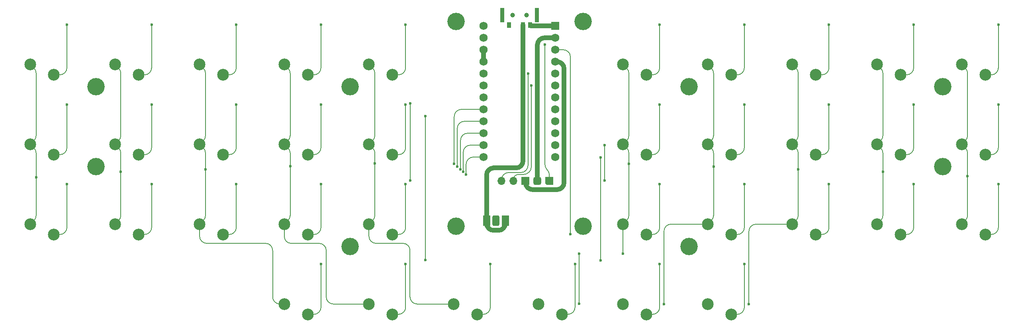
<source format=gbr>
%TF.GenerationSoftware,KiCad,Pcbnew,7.0.1*%
%TF.CreationDate,2023-03-24T13:46:13-04:00*%
%TF.ProjectId,kurp,6b757270-2e6b-4696-9361-645f70636258,v1.0.0*%
%TF.SameCoordinates,Original*%
%TF.FileFunction,Copper,L2,Bot*%
%TF.FilePolarity,Positive*%
%FSLAX46Y46*%
G04 Gerber Fmt 4.6, Leading zero omitted, Abs format (unit mm)*
G04 Created by KiCad (PCBNEW 7.0.1) date 2023-03-24 13:46:13*
%MOMM*%
%LPD*%
G01*
G04 APERTURE LIST*
G04 Aperture macros list*
%AMRoundRect*
0 Rectangle with rounded corners*
0 $1 Rounding radius*
0 $2 $3 $4 $5 $6 $7 $8 $9 X,Y pos of 4 corners*
0 Add a 4 corners polygon primitive as box body*
4,1,4,$2,$3,$4,$5,$6,$7,$8,$9,$2,$3,0*
0 Add four circle primitives for the rounded corners*
1,1,$1+$1,$2,$3*
1,1,$1+$1,$4,$5*
1,1,$1+$1,$6,$7*
1,1,$1+$1,$8,$9*
0 Add four rect primitives between the rounded corners*
20,1,$1+$1,$2,$3,$4,$5,0*
20,1,$1+$1,$4,$5,$6,$7,0*
20,1,$1+$1,$6,$7,$8,$9,0*
20,1,$1+$1,$8,$9,$2,$3,0*%
%AMOutline5P*
0 Free polygon, 5 corners , with rotation*
0 The origin of the aperture is its center*
0 number of corners: always 5*
0 $1 to $10 corner X, Y*
0 $11 Rotation angle, in degrees counterclockwise*
0 create outline with 5 corners*
4,1,5,$1,$2,$3,$4,$5,$6,$7,$8,$9,$10,$1,$2,$11*%
%AMOutline6P*
0 Free polygon, 6 corners , with rotation*
0 The origin of the aperture is its center*
0 number of corners: always 6*
0 $1 to $12 corner X, Y*
0 $13 Rotation angle, in degrees counterclockwise*
0 create outline with 6 corners*
4,1,6,$1,$2,$3,$4,$5,$6,$7,$8,$9,$10,$11,$12,$1,$2,$13*%
%AMOutline7P*
0 Free polygon, 7 corners , with rotation*
0 The origin of the aperture is its center*
0 number of corners: always 7*
0 $1 to $14 corner X, Y*
0 $15 Rotation angle, in degrees counterclockwise*
0 create outline with 7 corners*
4,1,7,$1,$2,$3,$4,$5,$6,$7,$8,$9,$10,$11,$12,$13,$14,$1,$2,$15*%
%AMOutline8P*
0 Free polygon, 8 corners , with rotation*
0 The origin of the aperture is its center*
0 number of corners: always 8*
0 $1 to $16 corner X, Y*
0 $17 Rotation angle, in degrees counterclockwise*
0 create outline with 8 corners*
4,1,8,$1,$2,$3,$4,$5,$6,$7,$8,$9,$10,$11,$12,$13,$14,$15,$16,$1,$2,$17*%
G04 Aperture macros list end*
%TA.AperFunction,ComponentPad*%
%ADD10C,1.752600*%
%TD*%
%TA.AperFunction,ComponentPad*%
%ADD11R,1.752600X1.752600*%
%TD*%
%TA.AperFunction,ComponentPad*%
%ADD12C,0.600000*%
%TD*%
%TA.AperFunction,ComponentPad*%
%ADD13R,1.500000X2.250000*%
%TD*%
%TA.AperFunction,ComponentPad*%
%ADD14RoundRect,0.375000X0.375000X0.750000X-0.375000X0.750000X-0.375000X-0.750000X0.375000X-0.750000X0*%
%TD*%
%TA.AperFunction,ComponentPad*%
%ADD15C,2.500000*%
%TD*%
%TA.AperFunction,ComponentPad*%
%ADD16C,3.700000*%
%TD*%
%TA.AperFunction,ComponentPad*%
%ADD17Outline5P,-0.850000X0.510000X-0.510000X0.850000X0.850000X0.850000X0.850000X-0.850000X-0.850000X-0.850000X90.000000*%
%TD*%
%TA.AperFunction,ComponentPad*%
%ADD18RoundRect,0.425000X-0.425000X0.425000X-0.425000X-0.425000X0.425000X-0.425000X0.425000X0.425000X0*%
%TD*%
%TA.AperFunction,ComponentPad*%
%ADD19R,1.700000X1.700000*%
%TD*%
%TA.AperFunction,ComponentPad*%
%ADD20O,1.700000X1.700000*%
%TD*%
%TA.AperFunction,SMDPad,CuDef*%
%ADD21R,0.900000X3.100000*%
%TD*%
%TA.AperFunction,WasherPad*%
%ADD22C,1.000000*%
%TD*%
%TA.AperFunction,SMDPad,CuDef*%
%ADD23R,0.900000X1.250000*%
%TD*%
%TA.AperFunction,ViaPad*%
%ADD24C,0.600000*%
%TD*%
%TA.AperFunction,Conductor*%
%ADD25C,1.000000*%
%TD*%
%TA.AperFunction,Conductor*%
%ADD26C,0.200000*%
%TD*%
%TA.AperFunction,Conductor*%
%ADD27C,0.500000*%
%TD*%
G04 APERTURE END LIST*
D10*
%TO.P,U1,1,TX0/PD3*%
%TO.N,/NV_CS*%
X194828733Y-91474608D03*
%TO.P,U1,2,RX1/PD2*%
%TO.N,unconnected-(U1-RX1{slash}PD2-Pad2)*%
X194828733Y-94014608D03*
%TO.P,U1,3,GND*%
%TO.N,/GND*%
X194828733Y-96554608D03*
%TO.P,U1,4,GND*%
X194828733Y-99094608D03*
%TO.P,U1,5,2/PD1*%
%TO.N,/SDA*%
X194828733Y-101634608D03*
%TO.P,U1,6,3/PD0*%
%TO.N,/SCL*%
X194828733Y-104174608D03*
%TO.P,U1,7,4/PD4*%
%TO.N,unconnected-(U1-4{slash}PD4-Pad7)*%
X194828733Y-106714608D03*
%TO.P,U1,8,5/PC6*%
%TO.N,/col4*%
X194828733Y-109254608D03*
%TO.P,U1,9,6/PD7*%
%TO.N,/col3*%
X194828733Y-111794608D03*
%TO.P,U1,10,7/PE6*%
%TO.N,/col2*%
X194828733Y-114334608D03*
%TO.P,U1,11,8/PB4*%
%TO.N,/col1*%
X194828733Y-116874608D03*
%TO.P,U1,12,9/PB5*%
%TO.N,/col0*%
X194828733Y-119414608D03*
%TO.P,U1,13,10/PB6*%
%TO.N,/row7*%
X210068733Y-119414608D03*
%TO.P,U1,14,16/PB2*%
%TO.N,/row6*%
X210068733Y-116874608D03*
%TO.P,U1,15,14/PB3*%
%TO.N,/row5*%
X210068733Y-114334608D03*
%TO.P,U1,16,15/PB1*%
%TO.N,/row4*%
X210068733Y-111794608D03*
%TO.P,U1,17,A0/PF7*%
%TO.N,/row3*%
X210068733Y-109254608D03*
%TO.P,U1,18,A1/PF6*%
%TO.N,/row2*%
X210068733Y-106714608D03*
%TO.P,U1,19,A2/PF5*%
%TO.N,/row1*%
X210068733Y-104174608D03*
%TO.P,U1,20,A3/PF4*%
%TO.N,/row0*%
X210068733Y-101634608D03*
%TO.P,U1,21,VCC*%
%TO.N,/VCC*%
X210068733Y-99094608D03*
%TO.P,U1,22,RST*%
%TO.N,/RST*%
X210068733Y-96554608D03*
%TO.P,U1,23,GND*%
%TO.N,/GND*%
X210068733Y-94014608D03*
D11*
%TO.P,U1,24,RAW*%
%TO.N,/RAW*%
X210068733Y-91474608D03*
%TD*%
D12*
%TO.P,D17,2*%
%TO.N,Net-(D17-Pad2)*%
X178242733Y-142194608D03*
%TD*%
D13*
%TO.P,BT1,1,+*%
%TO.N,Net-(BT1-+)*%
X195448733Y-132944608D03*
X199448733Y-132944608D03*
D14*
%TO.P,BT1,2,-*%
%TO.N,/GND*%
X197448733Y-132944608D03*
%TD*%
D15*
%TO.P,SW15,1*%
%TO.N,Net-(D15-Pad2)*%
X175448733Y-101894608D03*
%TO.P,SW15,2*%
%TO.N,/col4*%
X170448733Y-99694608D03*
%TD*%
D12*
%TO.P,D35,2*%
%TO.N,Net-(D35-Pad2)*%
X232242733Y-142194608D03*
%TD*%
D15*
%TO.P,SW33,1*%
%TO.N,Net-(D33-Pad2)*%
X229448733Y-101894608D03*
%TO.P,SW33,2*%
%TO.N,/col4*%
X224448733Y-99694608D03*
%TD*%
D16*
%TO.P,H6,1*%
%TO.N,N/C*%
X215948733Y-90544608D03*
%TD*%
D12*
%TO.P,D32,2*%
%TO.N,Net-(D32-Pad2)*%
X232242733Y-108194608D03*
%TD*%
%TO.P,D27,2*%
%TO.N,Net-(D27-Pad2)*%
X268242733Y-91194608D03*
%TD*%
D15*
%TO.P,SW20,1*%
%TO.N,Net-(D20-Pad2)*%
X301448733Y-118894608D03*
%TO.P,SW20,2*%
%TO.N,/col0*%
X296448733Y-116694608D03*
%TD*%
D16*
%TO.P,H10,1*%
%TO.N,N/C*%
X238448733Y-104444608D03*
%TD*%
D15*
%TO.P,SW26,1*%
%TO.N,Net-(D26-Pad2)*%
X265448733Y-118894608D03*
%TO.P,SW26,2*%
%TO.N,/col2*%
X260448733Y-116694608D03*
%TD*%
D12*
%TO.P,D15,2*%
%TO.N,Net-(D15-Pad2)*%
X178242733Y-91194608D03*
%TD*%
%TO.P,D31,2*%
%TO.N,Net-(D31-Pad2)*%
X232242733Y-125194608D03*
%TD*%
D15*
%TO.P,SW28,1*%
%TO.N,Net-(D28-Pad2)*%
X247448733Y-135894608D03*
%TO.P,SW28,2*%
%TO.N,/col3*%
X242448733Y-133694608D03*
%TD*%
D12*
%TO.P,D10,2*%
%TO.N,Net-(D10-Pad2)*%
X160242733Y-125194608D03*
%TD*%
%TO.P,D21,2*%
%TO.N,Net-(D21-Pad2)*%
X304242733Y-91194608D03*
%TD*%
D15*
%TO.P,SW13,1*%
%TO.N,Net-(D13-Pad2)*%
X175448733Y-135894608D03*
%TO.P,SW13,2*%
%TO.N,/col4*%
X170448733Y-133694608D03*
%TD*%
%TO.P,SW11,1*%
%TO.N,Net-(D11-Pad2)*%
X157448733Y-118894608D03*
%TO.P,SW11,2*%
%TO.N,/col3*%
X152448733Y-116694608D03*
%TD*%
D16*
%TO.P,H1,1*%
%TO.N,N/C*%
X112448733Y-104444608D03*
%TD*%
%TO.P,H12,1*%
%TO.N,N/C*%
X238448733Y-138444608D03*
%TD*%
%TO.P,H7,1*%
%TO.N,N/C*%
X188948733Y-134144608D03*
%TD*%
%TO.P,H5,1*%
%TO.N,N/C*%
X188948733Y-90544608D03*
%TD*%
D15*
%TO.P,SW19,1*%
%TO.N,Net-(D19-Pad2)*%
X301448733Y-135894608D03*
%TO.P,SW19,2*%
%TO.N,/col0*%
X296448733Y-133694608D03*
%TD*%
%TO.P,SW30,1*%
%TO.N,Net-(D30-Pad2)*%
X247448733Y-101894608D03*
%TO.P,SW30,2*%
%TO.N,/col3*%
X242448733Y-99694608D03*
%TD*%
%TO.P,SW36,1*%
%TO.N,Net-(D36-Pad2)*%
X211448733Y-152894608D03*
%TO.P,SW36,2*%
%TO.N,/col4*%
X206448733Y-150694608D03*
%TD*%
D16*
%TO.P,H9,1*%
%TO.N,N/C*%
X166448733Y-104444608D03*
%TD*%
D12*
%TO.P,D20,2*%
%TO.N,Net-(D20-Pad2)*%
X304242733Y-108194608D03*
%TD*%
%TO.P,D11,2*%
%TO.N,Net-(D11-Pad2)*%
X160242733Y-108194608D03*
%TD*%
D15*
%TO.P,SW8,1*%
%TO.N,Net-(D8-Pad2)*%
X139448733Y-118894608D03*
%TO.P,SW8,2*%
%TO.N,/col2*%
X134448733Y-116694608D03*
%TD*%
D16*
%TO.P,H2,1*%
%TO.N,N/C*%
X292448733Y-104444608D03*
%TD*%
D15*
%TO.P,SW14,1*%
%TO.N,Net-(D14-Pad2)*%
X175448733Y-118894608D03*
%TO.P,SW14,2*%
%TO.N,/col4*%
X170448733Y-116694608D03*
%TD*%
%TO.P,SW34,1*%
%TO.N,Net-(D34-Pad2)*%
X247448733Y-152894608D03*
%TO.P,SW34,2*%
%TO.N,/col2*%
X242448733Y-150694608D03*
%TD*%
D12*
%TO.P,D33,2*%
%TO.N,Net-(D33-Pad2)*%
X232242733Y-91194608D03*
%TD*%
D15*
%TO.P,SW4,1*%
%TO.N,Net-(D4-Pad2)*%
X121448733Y-135894608D03*
%TO.P,SW4,2*%
%TO.N,/col1*%
X116448733Y-133694608D03*
%TD*%
%TO.P,SW6,1*%
%TO.N,Net-(D6-Pad2)*%
X121448733Y-101894608D03*
%TO.P,SW6,2*%
%TO.N,/col1*%
X116448733Y-99694608D03*
%TD*%
D12*
%TO.P,D14,2*%
%TO.N,Net-(D14-Pad2)*%
X178242733Y-108194608D03*
%TD*%
D15*
%TO.P,SW22,1*%
%TO.N,Net-(D22-Pad2)*%
X283448733Y-135894608D03*
%TO.P,SW22,2*%
%TO.N,/col1*%
X278448733Y-133694608D03*
%TD*%
D12*
%TO.P,D28,2*%
%TO.N,Net-(D28-Pad2)*%
X250242733Y-125194608D03*
%TD*%
D15*
%TO.P,SW25,1*%
%TO.N,Net-(D25-Pad2)*%
X265448733Y-135894608D03*
%TO.P,SW25,2*%
%TO.N,/col2*%
X260448733Y-133694608D03*
%TD*%
%TO.P,SW7,1*%
%TO.N,Net-(D7-Pad2)*%
X139448733Y-135894608D03*
%TO.P,SW7,2*%
%TO.N,/col2*%
X134448733Y-133694608D03*
%TD*%
%TO.P,SW24,1*%
%TO.N,Net-(D24-Pad2)*%
X283448733Y-101894608D03*
%TO.P,SW24,2*%
%TO.N,/col1*%
X278448733Y-99694608D03*
%TD*%
%TO.P,SW9,1*%
%TO.N,Net-(D9-Pad2)*%
X139448733Y-101894608D03*
%TO.P,SW9,2*%
%TO.N,/col2*%
X134448733Y-99694608D03*
%TD*%
D12*
%TO.P,D12,2*%
%TO.N,Net-(D12-Pad2)*%
X160242733Y-91194608D03*
%TD*%
%TO.P,D29,2*%
%TO.N,Net-(D29-Pad2)*%
X250242733Y-108194608D03*
%TD*%
D15*
%TO.P,SW16,1*%
%TO.N,Net-(D16-Pad2)*%
X157448733Y-152894608D03*
%TO.P,SW16,2*%
%TO.N,/col2*%
X152448733Y-150694608D03*
%TD*%
D12*
%TO.P,D18,2*%
%TO.N,Net-(D18-Pad2)*%
X196242733Y-142194608D03*
%TD*%
%TO.P,D16,2*%
%TO.N,Net-(D16-Pad2)*%
X160242733Y-142194608D03*
%TD*%
%TO.P,D13,2*%
%TO.N,Net-(D13-Pad2)*%
X178242733Y-125194608D03*
%TD*%
%TO.P,D1,2*%
%TO.N,Net-(D1-Pad2)*%
X106242733Y-125194608D03*
%TD*%
%TO.P,D3,2*%
%TO.N,Net-(D3-Pad2)*%
X106242733Y-91194608D03*
%TD*%
D15*
%TO.P,SW21,1*%
%TO.N,Net-(D21-Pad2)*%
X301448733Y-101894608D03*
%TO.P,SW21,2*%
%TO.N,/col0*%
X296448733Y-99694608D03*
%TD*%
D12*
%TO.P,D9,2*%
%TO.N,Net-(D9-Pad2)*%
X142242733Y-91194608D03*
%TD*%
D15*
%TO.P,SW23,1*%
%TO.N,Net-(D23-Pad2)*%
X283448733Y-118894608D03*
%TO.P,SW23,2*%
%TO.N,/col1*%
X278448733Y-116694608D03*
%TD*%
D12*
%TO.P,D34,2*%
%TO.N,Net-(D34-Pad2)*%
X250242733Y-142194608D03*
%TD*%
D15*
%TO.P,SW12,1*%
%TO.N,Net-(D12-Pad2)*%
X157448733Y-101894608D03*
%TO.P,SW12,2*%
%TO.N,/col3*%
X152448733Y-99694608D03*
%TD*%
D12*
%TO.P,D36,2*%
%TO.N,Net-(D36-Pad2)*%
X214242733Y-142194608D03*
%TD*%
D15*
%TO.P,SW17,1*%
%TO.N,Net-(D17-Pad2)*%
X175448733Y-152894608D03*
%TO.P,SW17,2*%
%TO.N,/col3*%
X170448733Y-150694608D03*
%TD*%
D12*
%TO.P,D6,2*%
%TO.N,Net-(D6-Pad2)*%
X124242733Y-91194608D03*
%TD*%
D15*
%TO.P,SW35,1*%
%TO.N,Net-(D35-Pad2)*%
X229448733Y-152894608D03*
%TO.P,SW35,2*%
%TO.N,/col3*%
X224448733Y-150694608D03*
%TD*%
D17*
%TO.P,J2,1,Pin_1*%
%TO.N,/NV_CS*%
X208793650Y-124444608D03*
%TD*%
D12*
%TO.P,D24,2*%
%TO.N,Net-(D24-Pad2)*%
X286242733Y-91194608D03*
%TD*%
D15*
%TO.P,SW1,1*%
%TO.N,Net-(D1-Pad2)*%
X103448733Y-135894608D03*
%TO.P,SW1,2*%
%TO.N,/col0*%
X98448733Y-133694608D03*
%TD*%
%TO.P,SW31,1*%
%TO.N,Net-(D31-Pad2)*%
X229448733Y-135894608D03*
%TO.P,SW31,2*%
%TO.N,/col4*%
X224448733Y-133694608D03*
%TD*%
%TO.P,SW5,1*%
%TO.N,Net-(D5-Pad2)*%
X121448733Y-118894608D03*
%TO.P,SW5,2*%
%TO.N,/col1*%
X116448733Y-116694608D03*
%TD*%
%TO.P,SW32,1*%
%TO.N,Net-(D32-Pad2)*%
X229448733Y-118894608D03*
%TO.P,SW32,2*%
%TO.N,/col4*%
X224448733Y-116694608D03*
%TD*%
D16*
%TO.P,H4,1*%
%TO.N,N/C*%
X292448733Y-121444608D03*
%TD*%
D15*
%TO.P,SW27,1*%
%TO.N,Net-(D27-Pad2)*%
X265448733Y-101894608D03*
%TO.P,SW27,2*%
%TO.N,/col2*%
X260448733Y-99694608D03*
%TD*%
D16*
%TO.P,H3,1*%
%TO.N,N/C*%
X112448733Y-121444608D03*
%TD*%
D12*
%TO.P,D2,2*%
%TO.N,Net-(D2-Pad2)*%
X106242733Y-108194608D03*
%TD*%
D18*
%TO.P,J1,1,GND*%
%TO.N,/GND*%
X206258733Y-124444608D03*
D19*
%TO.P,J1,2,VCC*%
%TO.N,/VCC*%
X203718733Y-124444608D03*
D20*
%TO.P,J1,3,SCL*%
%TO.N,/SCL*%
X201178733Y-124444608D03*
%TO.P,J1,4,SDA*%
%TO.N,/SDA*%
X198638733Y-124444608D03*
%TD*%
D12*
%TO.P,D26,2*%
%TO.N,Net-(D26-Pad2)*%
X268242733Y-108194608D03*
%TD*%
%TO.P,D23,2*%
%TO.N,Net-(D23-Pad2)*%
X286242733Y-108194608D03*
%TD*%
D15*
%TO.P,SW2,1*%
%TO.N,Net-(D2-Pad2)*%
X103448733Y-118894608D03*
%TO.P,SW2,2*%
%TO.N,/col0*%
X98448733Y-116694608D03*
%TD*%
D12*
%TO.P,D7,2*%
%TO.N,Net-(D7-Pad2)*%
X142242733Y-125194608D03*
%TD*%
D16*
%TO.P,H11,1*%
%TO.N,N/C*%
X166448733Y-138444608D03*
%TD*%
D15*
%TO.P,SW18,1*%
%TO.N,Net-(D18-Pad2)*%
X193448733Y-152894608D03*
%TO.P,SW18,2*%
%TO.N,/col4*%
X188448733Y-150694608D03*
%TD*%
D16*
%TO.P,H8,1*%
%TO.N,N/C*%
X215948733Y-134144608D03*
%TD*%
D12*
%TO.P,D5,2*%
%TO.N,Net-(D5-Pad2)*%
X124242733Y-108194608D03*
%TD*%
D15*
%TO.P,SW10,1*%
%TO.N,Net-(D10-Pad2)*%
X157448733Y-135894608D03*
%TO.P,SW10,2*%
%TO.N,/col3*%
X152448733Y-133694608D03*
%TD*%
D12*
%TO.P,D25,2*%
%TO.N,Net-(D25-Pad2)*%
X268242733Y-125194608D03*
%TD*%
%TO.P,D8,2*%
%TO.N,Net-(D8-Pad2)*%
X142242733Y-108194608D03*
%TD*%
D15*
%TO.P,SW3,1*%
%TO.N,Net-(D3-Pad2)*%
X103448733Y-101894608D03*
%TO.P,SW3,2*%
%TO.N,/col0*%
X98448733Y-99694608D03*
%TD*%
D12*
%TO.P,D22,2*%
%TO.N,Net-(D22-Pad2)*%
X286242733Y-125194608D03*
%TD*%
%TO.P,D30,2*%
%TO.N,Net-(D30-Pad2)*%
X250242733Y-91194608D03*
%TD*%
%TO.P,D19,2*%
%TO.N,Net-(D19-Pad2)*%
X304242733Y-125194608D03*
%TD*%
%TO.P,D4,2*%
%TO.N,Net-(D4-Pad2)*%
X124242733Y-125194608D03*
%TD*%
D15*
%TO.P,SW29,1*%
%TO.N,Net-(D29-Pad2)*%
X247448733Y-118894608D03*
%TO.P,SW29,2*%
%TO.N,/col3*%
X242448733Y-116694608D03*
%TD*%
D21*
%TO.P,PWR1,*%
%TO.N,*%
X198748733Y-89194608D03*
D22*
X200948733Y-89194608D03*
X203948733Y-89194608D03*
D21*
X206148733Y-89194608D03*
D23*
%TO.P,PWR1,1,A*%
%TO.N,unconnected-(PWR1-A-Pad1)*%
X200198733Y-91269608D03*
%TO.P,PWR1,2,B*%
%TO.N,Net-(BT1-+)*%
X203198733Y-91269608D03*
%TO.P,PWR1,3,C*%
%TO.N,/RAW*%
X204698733Y-91269608D03*
%TD*%
D24*
%TO.N,/GND*%
X206258733Y-96501235D03*
%TO.N,/row2*%
X179239417Y-107962423D03*
X179243948Y-124369355D03*
%TO.N,/row3*%
X182421430Y-141367608D03*
X182418157Y-110689899D03*
%TO.N,/row6*%
X220556390Y-124375171D03*
X220557835Y-116871891D03*
%TO.N,/row7*%
X219717983Y-119467582D03*
X219717983Y-141375297D03*
%TO.N,/SCL*%
X204983235Y-104181961D03*
%TO.N,/SDA*%
X204253576Y-101630293D03*
%TO.N,/RST*%
X213278618Y-135837308D03*
%TO.N,/col0*%
X191106716Y-123099763D03*
X297698732Y-123506027D03*
X99698732Y-123735712D03*
%TO.N,/col1*%
X117698732Y-122516769D03*
X279698732Y-122516831D03*
X190490712Y-122522134D03*
%TO.N,/col2*%
X189911904Y-121985788D03*
X261698732Y-121983515D03*
X135698732Y-121993278D03*
X251224312Y-150697564D03*
%TO.N,/col3*%
X153698732Y-121370801D03*
X233161853Y-150697963D03*
X189216755Y-121458788D03*
X243698732Y-121459288D03*
%TO.N,/col4*%
X224448784Y-139988942D03*
X188571864Y-120804955D03*
X215094780Y-139977020D03*
X171698732Y-120779748D03*
X225698732Y-120800566D03*
X215101717Y-150664450D03*
%TO.N,/NV_CS*%
X207862869Y-95406671D03*
%TD*%
D25*
%TO.N,Net-(BT1-+)*%
X203198733Y-120224649D02*
X203198733Y-91269608D01*
X199448733Y-132944608D02*
X199448733Y-133516113D01*
X196948733Y-121724649D02*
X201698733Y-121724649D01*
X195448733Y-133516113D02*
X195448733Y-132944608D01*
X197948733Y-135016113D02*
X196948733Y-135016113D01*
X195448733Y-132944608D02*
X195448733Y-123224649D01*
X195448687Y-133516113D02*
G75*
G03*
X196948733Y-135016113I1500013J13D01*
G01*
X201698733Y-121724633D02*
G75*
G03*
X203198733Y-120224649I-33J1500033D01*
G01*
X197948733Y-135016133D02*
G75*
G03*
X199448733Y-133516113I-33J1500033D01*
G01*
X196948733Y-121724633D02*
G75*
G03*
X195448733Y-123224649I-33J-1499967D01*
G01*
%TO.N,/GND*%
X206258733Y-124444608D02*
X206258733Y-96501235D01*
X194828733Y-96554608D02*
X194828733Y-99094608D01*
X207758733Y-94014608D02*
X210068733Y-94014608D01*
X206258733Y-96501235D02*
X206258733Y-95514608D01*
X207758733Y-94014633D02*
G75*
G03*
X206258733Y-95514608I-33J-1499967D01*
G01*
D26*
%TO.N,/row2*%
X179240053Y-124365460D02*
X179243948Y-124369355D01*
X179240053Y-107963059D02*
X179240053Y-124365460D01*
X179239417Y-107962423D02*
X179240053Y-107963059D01*
%TO.N,Net-(D1-Pad2)*%
X106242733Y-125194608D02*
X106242733Y-134394608D01*
X104742733Y-135894608D02*
X103448733Y-135894608D01*
X104742733Y-135894633D02*
G75*
G03*
X106242733Y-134394608I-33J1500033D01*
G01*
%TO.N,Net-(D2-Pad2)*%
X104742733Y-118894608D02*
X103448733Y-118894608D01*
X106242733Y-108194608D02*
X106242733Y-117394608D01*
X104742733Y-118894633D02*
G75*
G03*
X106242733Y-117394608I-33J1500033D01*
G01*
%TO.N,Net-(D3-Pad2)*%
X104742733Y-101894608D02*
X103448733Y-101894608D01*
X106242733Y-91194608D02*
X106242733Y-100394608D01*
X104742733Y-101894633D02*
G75*
G03*
X106242733Y-100394608I-33J1500033D01*
G01*
%TO.N,Net-(D4-Pad2)*%
X124242733Y-125194608D02*
X124242733Y-134394608D01*
X122742733Y-135894608D02*
X121448733Y-135894608D01*
X122742733Y-135894633D02*
G75*
G03*
X124242733Y-134394608I-33J1500033D01*
G01*
%TO.N,Net-(D5-Pad2)*%
X124242733Y-108194608D02*
X124242733Y-117394608D01*
X122742733Y-118894608D02*
X121448733Y-118894608D01*
X122742733Y-118894633D02*
G75*
G03*
X124242733Y-117394608I-33J1500033D01*
G01*
%TO.N,Net-(D6-Pad2)*%
X122742733Y-101894608D02*
X121448733Y-101894608D01*
X124242733Y-91194608D02*
X124242733Y-100394608D01*
X122742733Y-101894633D02*
G75*
G03*
X124242733Y-100394608I-33J1500033D01*
G01*
%TO.N,Net-(D7-Pad2)*%
X142242733Y-125194608D02*
X142242733Y-134394608D01*
X140742733Y-135894608D02*
X139448733Y-135894608D01*
X140742733Y-135894633D02*
G75*
G03*
X142242733Y-134394608I-33J1500033D01*
G01*
%TO.N,Net-(D8-Pad2)*%
X140742733Y-118894608D02*
X139448733Y-118894608D01*
X142242733Y-108194608D02*
X142242733Y-117394608D01*
X140742733Y-118894633D02*
G75*
G03*
X142242733Y-117394608I-33J1500033D01*
G01*
%TO.N,Net-(D9-Pad2)*%
X140742733Y-101894608D02*
X139448733Y-101894608D01*
X142242733Y-91194608D02*
X142242733Y-100394608D01*
X140742733Y-101894633D02*
G75*
G03*
X142242733Y-100394608I-33J1500033D01*
G01*
%TO.N,Net-(D10-Pad2)*%
X158742733Y-135894608D02*
X157448733Y-135894608D01*
X160242733Y-125194608D02*
X160242733Y-134394608D01*
X158742733Y-135894633D02*
G75*
G03*
X160242733Y-134394608I-33J1500033D01*
G01*
%TO.N,Net-(D11-Pad2)*%
X160242733Y-108194608D02*
X160242733Y-117394608D01*
X158742733Y-118894608D02*
X157448733Y-118894608D01*
X158742733Y-118894633D02*
G75*
G03*
X160242733Y-117394608I-33J1500033D01*
G01*
%TO.N,Net-(D12-Pad2)*%
X158742733Y-101894608D02*
X157448733Y-101894608D01*
X160242733Y-91194608D02*
X160242733Y-100394608D01*
X158742733Y-101894633D02*
G75*
G03*
X160242733Y-100394608I-33J1500033D01*
G01*
%TO.N,Net-(D13-Pad2)*%
X178242733Y-125194608D02*
X178242733Y-134394608D01*
X176742733Y-135894608D02*
X175448733Y-135894608D01*
X176742733Y-135894633D02*
G75*
G03*
X178242733Y-134394608I-33J1500033D01*
G01*
%TO.N,Net-(D14-Pad2)*%
X178242733Y-108194608D02*
X178242733Y-117394608D01*
X176742733Y-118894608D02*
X175448733Y-118894608D01*
X176742733Y-118894633D02*
G75*
G03*
X178242733Y-117394608I-33J1500033D01*
G01*
%TO.N,Net-(D15-Pad2)*%
X176742733Y-101894608D02*
X175448733Y-101894608D01*
X178242733Y-91194608D02*
X178242733Y-100394608D01*
X176742733Y-101894633D02*
G75*
G03*
X178242733Y-100394608I-33J1500033D01*
G01*
%TO.N,/row3*%
X182421430Y-110693172D02*
X182421430Y-141367608D01*
X182418157Y-110689899D02*
X182421430Y-110693172D01*
%TO.N,Net-(D16-Pad2)*%
X158742733Y-152894608D02*
X157448733Y-152894608D01*
X160242733Y-142194608D02*
X160242733Y-151394608D01*
X158742733Y-152894633D02*
G75*
G03*
X160242733Y-151394608I-33J1500033D01*
G01*
%TO.N,Net-(D17-Pad2)*%
X178242733Y-142194608D02*
X178242733Y-151394608D01*
X176742733Y-152894608D02*
X175448733Y-152894608D01*
X176742733Y-152894633D02*
G75*
G03*
X178242733Y-151394608I-33J1500033D01*
G01*
%TO.N,Net-(D18-Pad2)*%
X196242733Y-142194608D02*
X196242733Y-151394608D01*
X194742733Y-152894608D02*
X193448733Y-152894608D01*
X194742733Y-152894633D02*
G75*
G03*
X196242733Y-151394608I-33J1500033D01*
G01*
%TO.N,/row6*%
X220556390Y-124375171D02*
X220557835Y-124373726D01*
X220557835Y-124373726D02*
X220557835Y-116871891D01*
%TO.N,Net-(D19-Pad2)*%
X301448733Y-135894608D02*
X302742733Y-135894608D01*
X304242733Y-134394608D02*
X304242733Y-125194608D01*
X302742733Y-135894633D02*
G75*
G03*
X304242733Y-134394608I-33J1500033D01*
G01*
%TO.N,Net-(D20-Pad2)*%
X304242733Y-117394608D02*
X304242733Y-108194608D01*
X301448733Y-118894608D02*
X302742733Y-118894608D01*
X302742733Y-118894633D02*
G75*
G03*
X304242733Y-117394608I-33J1500033D01*
G01*
%TO.N,Net-(D21-Pad2)*%
X301448733Y-101894608D02*
X302742733Y-101894608D01*
X304242733Y-100394608D02*
X304242733Y-91194608D01*
X302742733Y-101894633D02*
G75*
G03*
X304242733Y-100394608I-33J1500033D01*
G01*
%TO.N,Net-(D22-Pad2)*%
X283448733Y-135894608D02*
X284742733Y-135894608D01*
X286242733Y-134394608D02*
X286242733Y-125194608D01*
X284742733Y-135894633D02*
G75*
G03*
X286242733Y-134394608I-33J1500033D01*
G01*
%TO.N,Net-(D23-Pad2)*%
X286242733Y-117394608D02*
X286242733Y-108194608D01*
X283448733Y-118894608D02*
X284742733Y-118894608D01*
X284742733Y-118894633D02*
G75*
G03*
X286242733Y-117394608I-33J1500033D01*
G01*
%TO.N,Net-(D24-Pad2)*%
X286242733Y-100394608D02*
X286242733Y-91194608D01*
X283448733Y-101894608D02*
X284742733Y-101894608D01*
X284742733Y-101894633D02*
G75*
G03*
X286242733Y-100394608I-33J1500033D01*
G01*
%TO.N,Net-(D25-Pad2)*%
X268242733Y-134394608D02*
X268242733Y-125194608D01*
X265448733Y-135894608D02*
X266742733Y-135894608D01*
X266742733Y-135894633D02*
G75*
G03*
X268242733Y-134394608I-33J1500033D01*
G01*
%TO.N,Net-(D26-Pad2)*%
X268242733Y-117394608D02*
X268242733Y-108194608D01*
X265448733Y-118894608D02*
X266742733Y-118894608D01*
X266742733Y-118894633D02*
G75*
G03*
X268242733Y-117394608I-33J1500033D01*
G01*
%TO.N,Net-(D27-Pad2)*%
X268242733Y-100394608D02*
X268242733Y-91194608D01*
X265448733Y-101894608D02*
X266742733Y-101894608D01*
X266742733Y-101894633D02*
G75*
G03*
X268242733Y-100394608I-33J1500033D01*
G01*
%TO.N,Net-(D28-Pad2)*%
X247448733Y-135894608D02*
X248742733Y-135894608D01*
X250242733Y-134394608D02*
X250242733Y-125194608D01*
X248742733Y-135894633D02*
G75*
G03*
X250242733Y-134394608I-33J1500033D01*
G01*
%TO.N,Net-(D29-Pad2)*%
X247448733Y-118894608D02*
X248742733Y-118894608D01*
X250242733Y-117394608D02*
X250242733Y-108194608D01*
X248742733Y-118894633D02*
G75*
G03*
X250242733Y-117394608I-33J1500033D01*
G01*
%TO.N,Net-(D30-Pad2)*%
X247448733Y-101894608D02*
X248742733Y-101894608D01*
X250242733Y-100394608D02*
X250242733Y-91194608D01*
X248742733Y-101894633D02*
G75*
G03*
X250242733Y-100394608I-33J1500033D01*
G01*
%TO.N,Net-(D31-Pad2)*%
X229448733Y-135894608D02*
X230742733Y-135894608D01*
X232242733Y-134394608D02*
X232242733Y-125194608D01*
X230742733Y-135894633D02*
G75*
G03*
X232242733Y-134394608I-33J1500033D01*
G01*
%TO.N,Net-(D32-Pad2)*%
X232242733Y-117394608D02*
X232242733Y-108194608D01*
X229448733Y-118894608D02*
X230742733Y-118894608D01*
X230742733Y-118894633D02*
G75*
G03*
X232242733Y-117394608I-33J1500033D01*
G01*
%TO.N,Net-(D33-Pad2)*%
X232242733Y-100394608D02*
X232242733Y-91194608D01*
X229448733Y-101894608D02*
X230742733Y-101894608D01*
X230742733Y-101894633D02*
G75*
G03*
X232242733Y-100394608I-33J1500033D01*
G01*
%TO.N,/row7*%
X219717983Y-119467582D02*
X219717983Y-141375297D01*
%TO.N,Net-(D34-Pad2)*%
X248742733Y-152894608D02*
X247448733Y-152894608D01*
X250242733Y-142194608D02*
X250242733Y-151394608D01*
X248742733Y-152894633D02*
G75*
G03*
X250242733Y-151394608I-33J1500033D01*
G01*
%TO.N,Net-(D35-Pad2)*%
X232242733Y-142194608D02*
X232242733Y-151394608D01*
X230742733Y-152894608D02*
X229448733Y-152894608D01*
X230742733Y-152894633D02*
G75*
G03*
X232242733Y-151394608I-33J1500033D01*
G01*
%TO.N,Net-(D36-Pad2)*%
X212742733Y-152894608D02*
X211448733Y-152894608D01*
X214242733Y-142194608D02*
X214242733Y-151394608D01*
X212742733Y-152894633D02*
G75*
G03*
X214242733Y-151394608I-33J1500033D01*
G01*
D25*
%TO.N,/VCC*%
X210422844Y-99094608D02*
X210068733Y-99094608D01*
X203718733Y-124444608D02*
X203718733Y-124832404D01*
X211922844Y-124832404D02*
X211922844Y-100594608D01*
X205218733Y-126332404D02*
X210422844Y-126332404D01*
X210422844Y-126332444D02*
G75*
G03*
X211922844Y-124832404I-44J1500044D01*
G01*
X211922792Y-100594608D02*
G75*
G03*
X210422844Y-99094608I-1499992J8D01*
G01*
X203718696Y-124832404D02*
G75*
G03*
X205218733Y-126332404I1500004J4D01*
G01*
D26*
%TO.N,/SCL*%
X204983235Y-121402836D02*
X204983235Y-104181961D01*
X202178733Y-123122559D02*
X203263512Y-123122559D01*
X201178733Y-124444608D02*
X201178733Y-124122559D01*
X203263512Y-123122535D02*
G75*
G03*
X204983235Y-121402836I-12J1719735D01*
G01*
X202178733Y-123122633D02*
G75*
G03*
X201178733Y-124122559I-33J-999967D01*
G01*
%TO.N,/SDA*%
X200138733Y-122691736D02*
X202753576Y-122691736D01*
X198638733Y-124444608D02*
X198638733Y-124191736D01*
X204253576Y-121191736D02*
X204253576Y-101630293D01*
X202753576Y-122691676D02*
G75*
G03*
X204253576Y-121191736I24J1499976D01*
G01*
X200138733Y-122691733D02*
G75*
G03*
X198638733Y-124191736I-33J-1499967D01*
G01*
D25*
%TO.N,/RAW*%
X210060447Y-91482894D02*
X210068733Y-91474608D01*
X204912019Y-91482894D02*
X210060447Y-91482894D01*
D27*
X204698733Y-91269608D02*
X204912019Y-91482894D01*
D26*
%TO.N,/RST*%
X211765742Y-96554608D02*
X210068733Y-96554608D01*
X213278618Y-135837308D02*
X213265742Y-135824432D01*
X213265742Y-135824432D02*
X213265742Y-98054608D01*
X213265692Y-98054608D02*
G75*
G03*
X211765742Y-96554608I-1499992J8D01*
G01*
%TO.N,/col0*%
X296448733Y-116694608D02*
X297259392Y-117505267D01*
X99698732Y-123735712D02*
X99698732Y-131823289D01*
X297259392Y-132883949D02*
X296448733Y-133694608D01*
X191106716Y-123099763D02*
X191106716Y-120914608D01*
X98448733Y-99694608D02*
X99259392Y-100505267D01*
X192606716Y-119414608D02*
X194828733Y-119414608D01*
X297698732Y-123506027D02*
X297698732Y-131823289D01*
X297698732Y-118565927D02*
X297698732Y-123506027D01*
X297698732Y-101565927D02*
X297698732Y-114823289D01*
X99259392Y-117505267D02*
X98448733Y-116694608D01*
X296448733Y-99694608D02*
X297259392Y-100505267D01*
X99698732Y-123735712D02*
X99698732Y-118565927D01*
X99259392Y-132883949D02*
X98448733Y-133694608D01*
X99259392Y-115883949D02*
X98448733Y-116694608D01*
X99698732Y-101565927D02*
X99698732Y-114823289D01*
X297259392Y-115883949D02*
X296448733Y-116694608D01*
X99698774Y-118565927D02*
G75*
G03*
X99259392Y-117505267I-1500074J-73D01*
G01*
X192606716Y-119414616D02*
G75*
G03*
X191106716Y-120914608I-16J-1499984D01*
G01*
X297698703Y-118565927D02*
G75*
G03*
X297259392Y-117505267I-1500003J27D01*
G01*
X297698703Y-101565927D02*
G75*
G03*
X297259392Y-100505267I-1500003J27D01*
G01*
X297259404Y-115883961D02*
G75*
G03*
X297698732Y-114823289I-1060704J1060661D01*
G01*
X99259404Y-132883961D02*
G75*
G03*
X99698732Y-131823289I-1060704J1060661D01*
G01*
X99698703Y-101565927D02*
G75*
G03*
X99259392Y-100505267I-1500003J27D01*
G01*
X99259404Y-115883961D02*
G75*
G03*
X99698732Y-114823289I-1060704J1060661D01*
G01*
X297259404Y-132883961D02*
G75*
G03*
X297698732Y-131823289I-1060704J1060661D01*
G01*
%TO.N,/col1*%
X279259392Y-115883949D02*
X278448733Y-116694608D01*
X279698732Y-118565927D02*
X279698732Y-122516831D01*
X278448733Y-116694608D02*
X279259392Y-117505267D01*
X117259392Y-115883949D02*
X116448733Y-116694608D01*
X117259392Y-117505267D02*
X116448733Y-116694608D01*
X116448733Y-99694608D02*
X117259392Y-100505267D01*
X279698732Y-122516831D02*
X279698732Y-131823289D01*
X117698732Y-122516769D02*
X117698732Y-131823289D01*
X278448733Y-99694608D02*
X279259392Y-100505267D01*
X279259392Y-132883949D02*
X278448733Y-133694608D01*
X190490712Y-122522134D02*
X190490712Y-118374608D01*
X279698732Y-101565927D02*
X279698732Y-114823289D01*
X117698732Y-122516769D02*
X117698732Y-118565927D01*
X191990712Y-116874608D02*
X194828733Y-116874608D01*
X117698732Y-101565927D02*
X117698732Y-114823289D01*
X117259392Y-132883949D02*
X116448733Y-133694608D01*
X191990712Y-116874612D02*
G75*
G03*
X190490712Y-118374608I-12J-1499988D01*
G01*
X279259404Y-115883961D02*
G75*
G03*
X279698732Y-114823289I-1060704J1060661D01*
G01*
X117698703Y-101565927D02*
G75*
G03*
X117259392Y-100505267I-1500003J27D01*
G01*
X279259404Y-132883961D02*
G75*
G03*
X279698732Y-131823289I-1060704J1060661D01*
G01*
X279698703Y-118565927D02*
G75*
G03*
X279259392Y-117505267I-1500003J27D01*
G01*
X279698703Y-101565927D02*
G75*
G03*
X279259392Y-100505267I-1500003J27D01*
G01*
X117259404Y-132883961D02*
G75*
G03*
X117698732Y-131823289I-1060704J1060661D01*
G01*
X117259404Y-115883961D02*
G75*
G03*
X117698732Y-114823289I-1060704J1060661D01*
G01*
X117698774Y-118565927D02*
G75*
G03*
X117259392Y-117505267I-1500074J-73D01*
G01*
%TO.N,/col2*%
X134448733Y-99694608D02*
X135259392Y-100505267D01*
X251224312Y-150697564D02*
X251224312Y-135194608D01*
X189911904Y-121985788D02*
X189911904Y-115834608D01*
X260448733Y-116694608D02*
X261259392Y-117505267D01*
X261698732Y-121983515D02*
X261698732Y-131823289D01*
X135259392Y-115883949D02*
X134448733Y-116694608D01*
X135698732Y-121993278D02*
X135698732Y-131823289D01*
X135259392Y-132883949D02*
X134448733Y-133694608D01*
X261698732Y-118565927D02*
X261698732Y-121983515D01*
X191411904Y-114334608D02*
X194828733Y-114334608D01*
X135698732Y-121993278D02*
X135698732Y-118565927D01*
X134448733Y-133694608D02*
X134448733Y-136277445D01*
X252724312Y-133694608D02*
X260448733Y-133694608D01*
X261259392Y-115883949D02*
X260448733Y-116694608D01*
X135948733Y-137777445D02*
X148471419Y-137777445D01*
X261259392Y-132883949D02*
X260448733Y-133694608D01*
X149971419Y-139277445D02*
X149971419Y-149194608D01*
X261698732Y-101565927D02*
X261698732Y-114823289D01*
X135698732Y-101565927D02*
X135698732Y-114823289D01*
X260448733Y-99694608D02*
X261259392Y-100505267D01*
X135259392Y-117505267D02*
X134448733Y-116694608D01*
X151471419Y-150694608D02*
X152448733Y-150694608D01*
X134448655Y-136277445D02*
G75*
G03*
X135948733Y-137777445I1500045J45D01*
G01*
X261698703Y-118565927D02*
G75*
G03*
X261259392Y-117505267I-1500003J27D01*
G01*
X261259404Y-132883961D02*
G75*
G03*
X261698732Y-131823289I-1060704J1060661D01*
G01*
X252724312Y-133694612D02*
G75*
G03*
X251224312Y-135194608I-12J-1499988D01*
G01*
X261698703Y-101565927D02*
G75*
G03*
X261259392Y-100505267I-1500003J27D01*
G01*
X191411904Y-114334604D02*
G75*
G03*
X189911904Y-115834608I-4J-1499996D01*
G01*
X135698732Y-118565927D02*
G75*
G03*
X135259392Y-117505267I-1499932J27D01*
G01*
X135259404Y-115883961D02*
G75*
G03*
X135698732Y-114823289I-1060704J1060661D01*
G01*
X149971392Y-149194608D02*
G75*
G03*
X151471419Y-150694608I1500008J8D01*
G01*
X149971355Y-139277445D02*
G75*
G03*
X148471419Y-137777445I-1499955J45D01*
G01*
X135698703Y-101565927D02*
G75*
G03*
X135259392Y-100505267I-1500003J27D01*
G01*
X135259384Y-132883941D02*
G75*
G03*
X135698732Y-131823289I-1060584J1060641D01*
G01*
X261259404Y-115883961D02*
G75*
G03*
X261698732Y-114823289I-1060704J1060661D01*
G01*
%TO.N,/col3*%
X153259392Y-117505267D02*
X152448733Y-116694608D01*
X190716755Y-111794608D02*
X194828733Y-111794608D01*
X153698732Y-121370801D02*
X153696704Y-121368773D01*
X153259392Y-115883949D02*
X152448733Y-116694608D01*
X233161853Y-150697963D02*
X233161853Y-135194608D01*
X161367003Y-139293494D02*
X161367003Y-149194608D01*
X234661853Y-133694608D02*
X242448733Y-133694608D01*
X162867003Y-150694608D02*
X170448733Y-150694608D01*
X242448733Y-99694608D02*
X243259392Y-100505267D01*
X153698732Y-101565927D02*
X153698732Y-114823289D01*
X243698732Y-118565927D02*
X243698732Y-131823289D01*
X189216755Y-121458788D02*
X189216755Y-113294608D01*
X153259392Y-132883949D02*
X152448733Y-133694608D01*
X153698732Y-121370801D02*
X153698732Y-131823289D01*
X243259392Y-132883949D02*
X242448733Y-133694608D01*
X153696704Y-121368773D02*
X153696704Y-118448034D01*
X243698732Y-101565927D02*
X243698732Y-114823289D01*
X152448733Y-99694608D02*
X153259392Y-100505267D01*
X152448733Y-133694608D02*
X152448733Y-136293494D01*
X242448733Y-116694608D02*
X243259392Y-117505267D01*
X243259392Y-115883949D02*
X242448733Y-116694608D01*
X153948733Y-137793494D02*
X159867003Y-137793494D01*
X243259404Y-132883961D02*
G75*
G03*
X243698732Y-131823289I-1060704J1060661D01*
G01*
X243259404Y-115883961D02*
G75*
G03*
X243698732Y-114823289I-1060704J1060661D01*
G01*
X152448706Y-136293494D02*
G75*
G03*
X153948733Y-137793494I1499994J-6D01*
G01*
X243698703Y-118565927D02*
G75*
G03*
X243259392Y-117505267I-1500003J27D01*
G01*
X161366992Y-149194608D02*
G75*
G03*
X162867003Y-150694608I1500008J8D01*
G01*
X190716755Y-111794555D02*
G75*
G03*
X189216755Y-113294608I45J-1500045D01*
G01*
X243698703Y-101565927D02*
G75*
G03*
X243259392Y-100505267I-1500003J27D01*
G01*
X161367006Y-139293494D02*
G75*
G03*
X159867003Y-137793494I-1500006J-6D01*
G01*
X234661853Y-133694553D02*
G75*
G03*
X233161853Y-135194608I47J-1500047D01*
G01*
X153696737Y-118448031D02*
G75*
G03*
X153259392Y-117505267I-1515837J-130369D01*
G01*
X153259404Y-132883961D02*
G75*
G03*
X153698732Y-131823289I-1060704J1060661D01*
G01*
X153259404Y-115883961D02*
G75*
G03*
X153698732Y-114823289I-1060704J1060661D01*
G01*
X153698703Y-101565927D02*
G75*
G03*
X153259392Y-100505267I-1500003J27D01*
G01*
%TO.N,/col4*%
X170448733Y-99694608D02*
X171259392Y-100505267D01*
X171259392Y-115883949D02*
X170448733Y-116694608D01*
X171698732Y-120779748D02*
X171696704Y-120777720D01*
X224448784Y-139988942D02*
X224448733Y-139987541D01*
X190071864Y-109254608D02*
X194828733Y-109254608D01*
X215094780Y-139977020D02*
X215101717Y-150664450D01*
X171698732Y-101565927D02*
X171698732Y-114823289D01*
X224448733Y-99694608D02*
X225259392Y-100505267D01*
X225259392Y-115883949D02*
X224448733Y-116694608D01*
X171259392Y-117505267D02*
X170448733Y-116694608D01*
X188571864Y-120804955D02*
X188571864Y-110754608D01*
X225698732Y-120800566D02*
X225698732Y-131823289D01*
X170448733Y-133694608D02*
X170448733Y-136276819D01*
X225698732Y-101565927D02*
X225698732Y-114823289D01*
X179176657Y-139276819D02*
X179176657Y-149194608D01*
X171696704Y-120777720D02*
X171696704Y-118448034D01*
X171948733Y-137776819D02*
X177676657Y-137776819D01*
X171259392Y-132883949D02*
X170448733Y-133694608D01*
X171698732Y-120779748D02*
X171698732Y-131823289D01*
X225698732Y-118565927D02*
X225698732Y-120800566D01*
X224448733Y-116694608D02*
X225259392Y-117505267D01*
X225259392Y-132883949D02*
X224448733Y-133694608D01*
X180676657Y-150694608D02*
X188448733Y-150694608D01*
X224448733Y-133694608D02*
X224448784Y-139988942D01*
X215101717Y-139987541D02*
X215094780Y-139977020D01*
X171696737Y-118448031D02*
G75*
G03*
X171259392Y-117505267I-1515837J-130369D01*
G01*
X179176692Y-149194608D02*
G75*
G03*
X180676657Y-150694608I1500008J8D01*
G01*
X171698703Y-101565927D02*
G75*
G03*
X171259392Y-100505267I-1500003J27D01*
G01*
X190071864Y-109254564D02*
G75*
G03*
X188571864Y-110754608I36J-1500036D01*
G01*
X170448681Y-136276819D02*
G75*
G03*
X171948733Y-137776819I1500019J19D01*
G01*
X171259404Y-132883961D02*
G75*
G03*
X171698732Y-131823289I-1060704J1060661D01*
G01*
X179176681Y-139276819D02*
G75*
G03*
X177676657Y-137776819I-1499981J19D01*
G01*
X225259404Y-115883961D02*
G75*
G03*
X225698732Y-114823289I-1060704J1060661D01*
G01*
X225698703Y-118565927D02*
G75*
G03*
X225259392Y-117505267I-1500003J27D01*
G01*
X171259404Y-115883961D02*
G75*
G03*
X171698732Y-114823289I-1060704J1060661D01*
G01*
X225698703Y-101565927D02*
G75*
G03*
X225259392Y-100505267I-1500003J27D01*
G01*
X225259404Y-132883961D02*
G75*
G03*
X225698732Y-131823289I-1060704J1060661D01*
G01*
%TO.N,/NV_CS*%
X208345808Y-122123080D02*
X208302209Y-122079481D01*
X208793650Y-124444608D02*
X208785148Y-124436106D01*
X207862869Y-121018821D02*
X207862869Y-95406671D01*
X208785148Y-124436106D02*
X208785148Y-123183740D01*
X207862864Y-121018821D02*
G75*
G03*
X208302209Y-122079481I1500036J21D01*
G01*
X208785105Y-123183740D02*
G75*
G03*
X208345808Y-122123080I-1500005J40D01*
G01*
%TD*%
M02*

</source>
